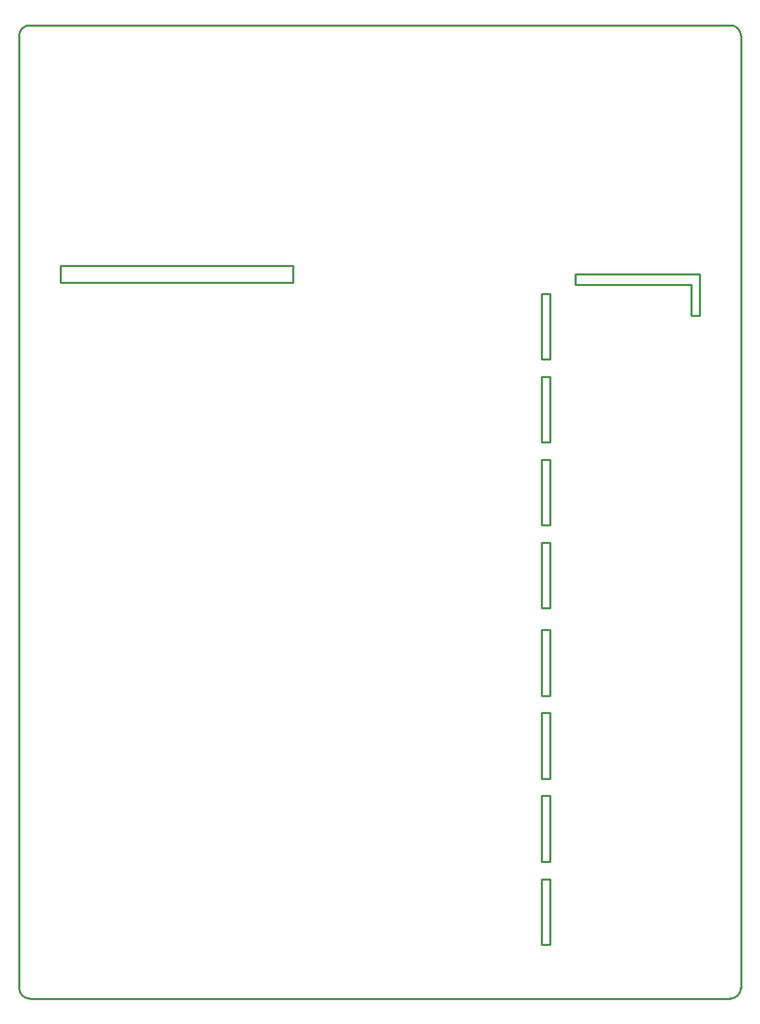
<source format=gm1>
G04*
G04 #@! TF.GenerationSoftware,Altium Limited,Altium Designer,19.0.15 (446)*
G04*
G04 Layer_Color=16711935*
%FSLAX25Y25*%
%MOIN*%
G70*
G01*
G75*
%ADD13C,0.01000*%
D13*
X91614Y500000D02*
G03*
X86614Y495000I0J-5000D01*
G01*
Y43386D02*
G03*
X91614Y38386I5000J0D01*
G01*
X424134D02*
G03*
X429134Y43386I0J5000D01*
G01*
Y495000D02*
G03*
X424134Y500000I-5000J0D01*
G01*
X91614D02*
X95472D01*
X86614Y43386D02*
Y495000D01*
X91614Y38386D02*
X424134D01*
X429134Y43386D02*
Y495000D01*
X93504Y500000D02*
X424134D01*
X405512Y381890D02*
X409449D01*
Y362205D02*
Y381890D01*
X405512Y362205D02*
X409449D01*
X405512D02*
Y377116D01*
X334646Y64037D02*
Y92372D01*
Y64037D02*
X338583D01*
Y95118D01*
X334646D02*
X338583D01*
X334646Y92372D02*
Y95118D01*
Y103407D02*
Y131742D01*
Y103407D02*
X338583D01*
Y134488D01*
X334646D02*
X338583D01*
X334646Y131742D02*
Y134488D01*
Y142777D02*
Y171112D01*
Y142777D02*
X338583D01*
Y173858D01*
X334646D02*
X338583D01*
X334646Y171112D02*
Y173858D01*
Y182148D02*
Y210482D01*
Y182148D02*
X338583D01*
Y213228D01*
X334646D02*
X338583D01*
X334646Y210482D02*
Y213228D01*
Y223486D02*
Y251821D01*
Y223486D02*
X338583D01*
Y254566D01*
X334646D02*
X338583D01*
X334646Y251821D02*
Y254566D01*
Y262856D02*
Y291191D01*
Y262856D02*
X338583D01*
Y293936D01*
X334646D02*
X338583D01*
X334646Y291191D02*
Y293936D01*
Y302226D02*
Y330561D01*
Y302226D02*
X338583D01*
Y333307D01*
X334646D02*
X338583D01*
X334646Y330561D02*
Y333307D01*
Y369931D02*
Y372677D01*
X338583D01*
Y341596D02*
Y372677D01*
X334646Y341596D02*
X338583D01*
X334646D02*
Y369931D01*
X350394Y377116D02*
Y381890D01*
Y377116D02*
X405512D01*
X350394Y381890D02*
X405512D01*
X106299Y377953D02*
Y385827D01*
Y377953D02*
X216535D01*
Y385827D01*
X106299D02*
X216535D01*
M02*

</source>
